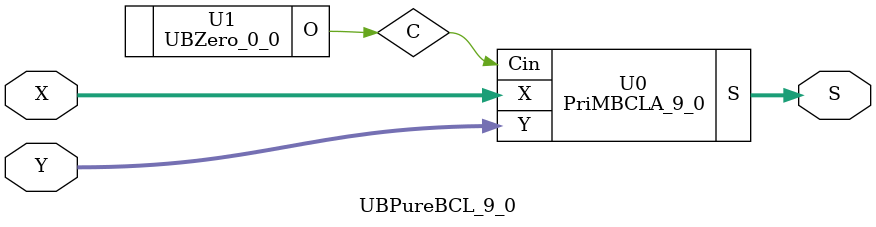
<source format=v>
/*----------------------------------------------------------------------------
  Copyright (c) 2021 Homma laboratory. All rights reserved.

  Top module: UBBCL_9_0_9_0

  Operand-1 length: 10
  Operand-2 length: 10
  Two-operand addition algorithm: Block carry look-ahead adder
----------------------------------------------------------------------------*/

module GPGenerator(Go, Po, A, B);
  output Go;
  output Po;
  input A;
  input B;
  assign Go = A & B;
  assign Po = A ^ B;
endmodule

module BCLAU_4(Go, Po, G, P, Cin);
  output Go;
  output Po;
  input Cin;
  input [3:0] G;
  input [3:0] P;
  assign Po = P[0] & P[1] & P[2] & P[3];
  assign Go = G[3] | ( P[3] & G[2] ) | ( P[3] & P[2] & G[1] ) | ( P[3] & P[2] & P[1] & G[0] );
endmodule

module BCLAlU_4(Go, Po, S, X, Y, Cin);
  output Go;
  output Po;
  output [3:0] S;
  input Cin;
  input [3:0] X;
  input [3:0] Y;
  wire [3:1] C;
  wire [3:0] G;
  wire [3:0] P;
  assign C[1] = G[0] | ( P[0] & Cin );
  assign C[2] = G[1] | ( P[1] & C[1] );
  assign C[3] = G[2] | ( P[2] & C[2] );
  assign S[0] = P[0] ^ Cin;
  assign S[1] = P[1] ^ C[1];
  assign S[2] = P[2] ^ C[2];
  assign S[3] = P[3] ^ C[3];
  GPGenerator U0 (G[0], P[0], X[0], Y[0]);
  GPGenerator U1 (G[1], P[1], X[1], Y[1]);
  GPGenerator U2 (G[2], P[2], X[2], Y[2]);
  GPGenerator U3 (G[3], P[3], X[3], Y[3]);
  BCLAU_4 U4 (Go, Po, G, P, Cin);
endmodule

module BCLAU_2(Go, Po, G, P, Cin);
  output Go;
  output Po;
  input Cin;
  input [1:0] G;
  input [1:0] P;
  assign Po = P[0] & P[1];
  assign Go = G[1] | ( P[1] & G[0] );
endmodule

module BCLAlU_2(Go, Po, S, X, Y, Cin);
  output Go;
  output Po;
  output [1:0] S;
  input Cin;
  input [1:0] X;
  input [1:0] Y;
  wire [1:1] C;
  wire [1:0] G;
  wire [1:0] P;
  assign C[1] = G[0] | ( P[0] & Cin );
  assign S[0] = P[0] ^ Cin;
  assign S[1] = P[1] ^ C[1];
  GPGenerator U0 (G[0], P[0], X[0], Y[0]);
  GPGenerator U1 (G[1], P[1], X[1], Y[1]);
  BCLAU_2 U2 (Go, Po, G, P, Cin);
endmodule

module PriMBCLA_9_0(S, X, Y, Cin);
  output [10:0] S;
  input Cin;
  input [9:0] X;
  input [9:0] Y;
  wire [2:0] C1;
  wire [2:0] G1;
  wire [2:0] P1;
  assign C1[0] = Cin;
  assign C1[1] = G1[0] | ( P1[0] & C1[0] );
  assign C1[2] = G1[1] | ( P1[1] & C1[1] );
  assign S[10] = G1[2] | ( P1[2] & C1[2] );
  BCLAlU_4 U0 (G1[0], P1[0], S[3:0], X[3:0], Y[3:0], C1[0]);
  BCLAlU_4 U1 (G1[1], P1[1], S[7:4], X[7:4], Y[7:4], C1[1]);
  BCLAlU_2 U2 (G1[2], P1[2], S[9:8], X[9:8], Y[9:8], C1[2]);
endmodule

module UBZero_0_0(O);
  output [0:0] O;
  assign O[0] = 0;
endmodule

module UBBCL_9_0_9_0 (S, X, Y);
  output [10:0] S;
  input [9:0] X;
  input [9:0] Y;
  UBPureBCL_9_0 U0 (S[10:0], X[9:0], Y[9:0]);
endmodule

module UBPureBCL_9_0 (S, X, Y);
  output [10:0] S;
  input [9:0] X;
  input [9:0] Y;
  wire C;
  PriMBCLA_9_0 U0 (S, X, Y, C);
  UBZero_0_0 U1 (C);
endmodule


</source>
